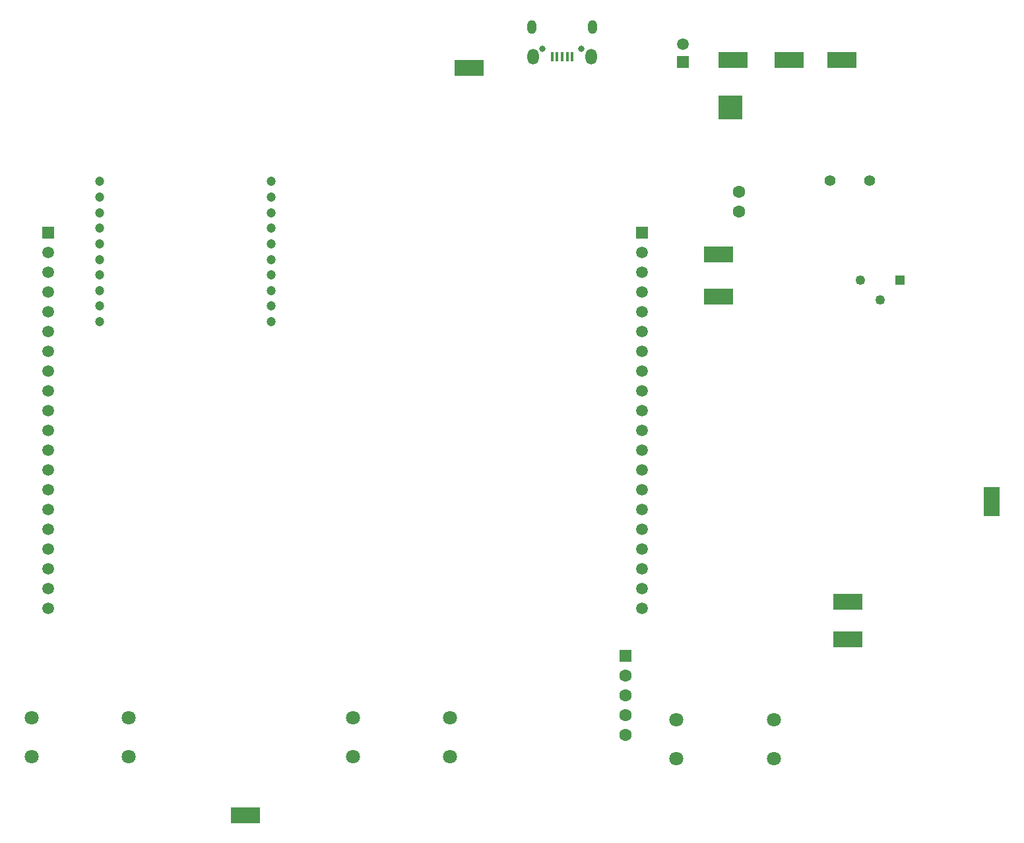
<source format=gbr>
%TF.GenerationSoftware,Altium Limited,Altium Designer,21.6.1 (37)*%
G04 Layer_Color=255*
%FSLAX43Y43*%
%MOMM*%
%TF.SameCoordinates,2DC9C271-DD38-4FBD-9B37-034AA9505664*%
%TF.FilePolarity,Positive*%
%TF.FileFunction,Pads,Bot*%
%TF.Part,Single*%
G01*
G75*
%TA.AperFunction,SMDPad,CuDef*%
%ADD23R,3.100X3.100*%
%TA.AperFunction,ComponentPad*%
%ADD31R,1.500X1.500*%
%ADD32C,1.500*%
%ADD33C,1.200*%
%ADD34C,1.600*%
%ADD35C,1.400*%
%ADD36C,1.800*%
%ADD37R,1.600X1.600*%
%ADD38R,1.250X1.250*%
%ADD39C,1.250*%
%ADD40C,0.800*%
%ADD41O,1.150X1.800*%
%ADD42O,1.450X2.000*%
%TA.AperFunction,SMDPad,CuDef*%
%ADD46R,3.800X2.030*%
%ADD47R,2.030X3.800*%
%ADD48R,0.450X1.300*%
D23*
X125684Y94384D02*
D03*
D31*
X38131Y78295D02*
D03*
X119600Y100260D02*
D03*
X114341Y78295D02*
D03*
D32*
X38131Y75755D02*
D03*
Y73215D02*
D03*
Y70675D02*
D03*
Y68135D02*
D03*
Y65595D02*
D03*
Y63055D02*
D03*
Y60515D02*
D03*
Y57975D02*
D03*
Y55435D02*
D03*
Y52895D02*
D03*
Y50355D02*
D03*
Y47815D02*
D03*
Y45275D02*
D03*
Y42735D02*
D03*
Y40195D02*
D03*
Y37655D02*
D03*
Y35115D02*
D03*
Y32575D02*
D03*
Y30035D02*
D03*
X119600Y102540D02*
D03*
X114341Y30035D02*
D03*
Y32575D02*
D03*
Y35115D02*
D03*
Y37655D02*
D03*
Y40195D02*
D03*
Y42735D02*
D03*
Y45275D02*
D03*
Y47815D02*
D03*
Y50355D02*
D03*
Y52895D02*
D03*
Y55435D02*
D03*
Y57975D02*
D03*
Y60515D02*
D03*
Y63055D02*
D03*
Y65595D02*
D03*
Y68135D02*
D03*
Y70675D02*
D03*
Y73215D02*
D03*
Y75755D02*
D03*
D33*
X44750Y84870D02*
D03*
Y82870D02*
D03*
Y80870D02*
D03*
Y78870D02*
D03*
Y76870D02*
D03*
Y72870D02*
D03*
Y68870D02*
D03*
Y66870D02*
D03*
X66750Y78870D02*
D03*
Y74870D02*
D03*
Y72870D02*
D03*
Y70870D02*
D03*
Y68870D02*
D03*
Y66870D02*
D03*
Y76870D02*
D03*
Y80870D02*
D03*
Y82870D02*
D03*
Y84870D02*
D03*
X44750Y70870D02*
D03*
Y74870D02*
D03*
D34*
X126821Y80975D02*
D03*
Y83515D02*
D03*
X112250Y21408D02*
D03*
Y18868D02*
D03*
Y16328D02*
D03*
Y13788D02*
D03*
D35*
X138520Y85000D02*
D03*
X143520D02*
D03*
D36*
X77251Y16035D02*
D03*
X89751Y11035D02*
D03*
Y16035D02*
D03*
X77251Y11035D02*
D03*
X118751Y15750D02*
D03*
X131251Y10750D02*
D03*
Y15750D02*
D03*
X118751Y10750D02*
D03*
X48501Y16035D02*
D03*
X36001Y11035D02*
D03*
X48501D02*
D03*
X36001Y16035D02*
D03*
D37*
X112250Y23948D02*
D03*
D38*
X147488Y72184D02*
D03*
D39*
X142408D02*
D03*
X144948Y69644D02*
D03*
D40*
X106600Y101950D02*
D03*
X101600D02*
D03*
D41*
X107975Y104700D02*
D03*
X100225D02*
D03*
D42*
X107825Y100900D02*
D03*
X100375D02*
D03*
D46*
X126021Y100500D02*
D03*
X140800Y26100D02*
D03*
X133250Y100500D02*
D03*
X124195Y70086D02*
D03*
X124134Y75500D02*
D03*
X140800Y30869D02*
D03*
X140000Y100500D02*
D03*
X92200Y99469D02*
D03*
X63500Y3500D02*
D03*
D47*
X159250Y43750D02*
D03*
D48*
X104750Y100900D02*
D03*
X102800D02*
D03*
X104100D02*
D03*
X103450D02*
D03*
X105400D02*
D03*
%TF.MD5,19814be9e4156085baed24f6be945ce3*%
M02*

</source>
